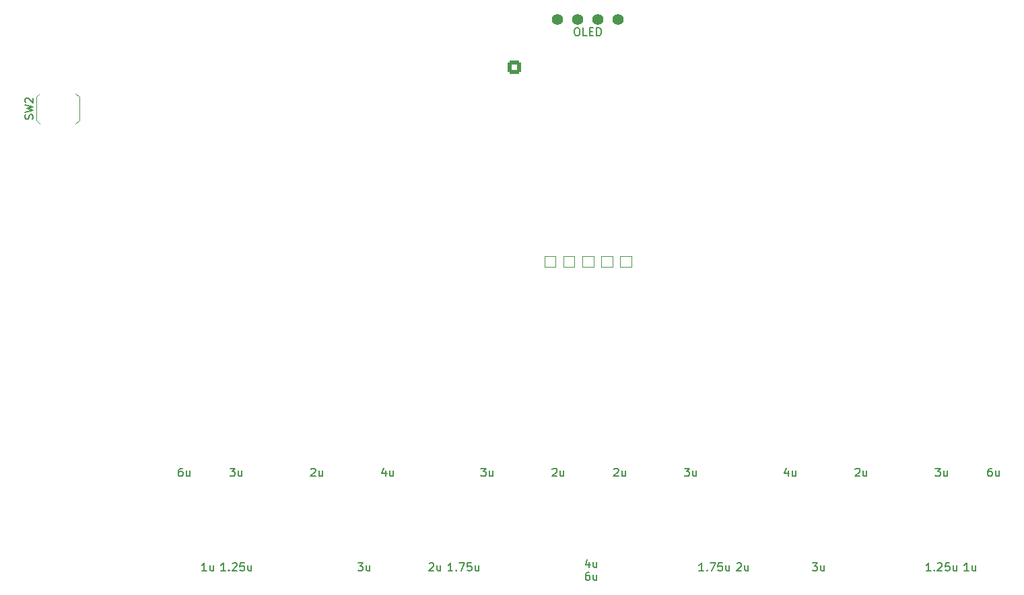
<source format=gto>
%TF.GenerationSoftware,KiCad,Pcbnew,7.0.6*%
%TF.CreationDate,2023-09-02T22:40:38-04:00*%
%TF.ProjectId,Vault45_alpha,5661756c-7434-4355-9f61-6c7068612e6b,rev?*%
%TF.SameCoordinates,PX18faf56PY663131a*%
%TF.FileFunction,Legend,Top*%
%TF.FilePolarity,Positive*%
%FSLAX46Y46*%
G04 Gerber Fmt 4.6, Leading zero omitted, Abs format (unit mm)*
G04 Created by KiCad (PCBNEW 7.0.6) date 2023-09-02 22:40:38*
%MOMM*%
%LPD*%
G01*
G04 APERTURE LIST*
G04 Aperture macros list*
%AMRoundRect*
0 Rectangle with rounded corners*
0 $1 Rounding radius*
0 $2 $3 $4 $5 $6 $7 $8 $9 X,Y pos of 4 corners*
0 Add a 4 corners polygon primitive as box body*
4,1,4,$2,$3,$4,$5,$6,$7,$8,$9,$2,$3,0*
0 Add four circle primitives for the rounded corners*
1,1,$1+$1,$2,$3*
1,1,$1+$1,$4,$5*
1,1,$1+$1,$6,$7*
1,1,$1+$1,$8,$9*
0 Add four rect primitives between the rounded corners*
20,1,$1+$1,$2,$3,$4,$5,0*
20,1,$1+$1,$4,$5,$6,$7,0*
20,1,$1+$1,$6,$7,$8,$9,0*
20,1,$1+$1,$8,$9,$2,$3,0*%
G04 Aperture macros list end*
%ADD10C,0.150000*%
%ADD11C,0.120000*%
%ADD12C,1.397000*%
%ADD13C,2.000000*%
%ADD14R,2.000000X2.000000*%
%ADD15O,2.800000X1.500000*%
%ADD16R,1.100000X1.800000*%
%ADD17C,3.048000*%
%ADD18C,3.987800*%
%ADD19C,1.750000*%
%ADD20R,1.000000X1.000000*%
%ADD21C,0.650000*%
%ADD22O,0.800000X1.600000*%
%ADD23O,1.000000X2.100000*%
%ADD24RoundRect,0.250000X-0.600000X-0.600000X0.600000X-0.600000X0.600000X0.600000X-0.600000X0.600000X0*%
%ADD25C,1.700000*%
G04 APERTURE END LIST*
D10*
X72798245Y18394168D02*
X72607769Y18394168D01*
X72607769Y18394168D02*
X72512531Y18346549D01*
X72512531Y18346549D02*
X72464912Y18298930D01*
X72464912Y18298930D02*
X72369674Y18156073D01*
X72369674Y18156073D02*
X72322055Y17965597D01*
X72322055Y17965597D02*
X72322055Y17584645D01*
X72322055Y17584645D02*
X72369674Y17489407D01*
X72369674Y17489407D02*
X72417293Y17441787D01*
X72417293Y17441787D02*
X72512531Y17394168D01*
X72512531Y17394168D02*
X72703007Y17394168D01*
X72703007Y17394168D02*
X72798245Y17441787D01*
X72798245Y17441787D02*
X72845864Y17489407D01*
X72845864Y17489407D02*
X72893483Y17584645D01*
X72893483Y17584645D02*
X72893483Y17822740D01*
X72893483Y17822740D02*
X72845864Y17917978D01*
X72845864Y17917978D02*
X72798245Y17965597D01*
X72798245Y17965597D02*
X72703007Y18013216D01*
X72703007Y18013216D02*
X72512531Y18013216D01*
X72512531Y18013216D02*
X72417293Y17965597D01*
X72417293Y17965597D02*
X72369674Y17917978D01*
X72369674Y17917978D02*
X72322055Y17822740D01*
X73750626Y18060835D02*
X73750626Y17394168D01*
X73322055Y18060835D02*
X73322055Y17537026D01*
X73322055Y17537026D02*
X73369674Y17441787D01*
X73369674Y17441787D02*
X73464912Y17394168D01*
X73464912Y17394168D02*
X73607769Y17394168D01*
X73607769Y17394168D02*
X73703007Y17441787D01*
X73703007Y17441787D02*
X73750626Y17489407D01*
X174596768Y18394168D02*
X174406292Y18394168D01*
X174406292Y18394168D02*
X174311054Y18346549D01*
X174311054Y18346549D02*
X174263435Y18298930D01*
X174263435Y18298930D02*
X174168197Y18156073D01*
X174168197Y18156073D02*
X174120578Y17965597D01*
X174120578Y17965597D02*
X174120578Y17584645D01*
X174120578Y17584645D02*
X174168197Y17489407D01*
X174168197Y17489407D02*
X174215816Y17441787D01*
X174215816Y17441787D02*
X174311054Y17394168D01*
X174311054Y17394168D02*
X174501530Y17394168D01*
X174501530Y17394168D02*
X174596768Y17441787D01*
X174596768Y17441787D02*
X174644387Y17489407D01*
X174644387Y17489407D02*
X174692006Y17584645D01*
X174692006Y17584645D02*
X174692006Y17822740D01*
X174692006Y17822740D02*
X174644387Y17917978D01*
X174644387Y17917978D02*
X174596768Y17965597D01*
X174596768Y17965597D02*
X174501530Y18013216D01*
X174501530Y18013216D02*
X174311054Y18013216D01*
X174311054Y18013216D02*
X174215816Y17965597D01*
X174215816Y17965597D02*
X174168197Y17917978D01*
X174168197Y17917978D02*
X174120578Y17822740D01*
X175549149Y18060835D02*
X175549149Y17394168D01*
X175120578Y18060835D02*
X175120578Y17537026D01*
X175120578Y17537026D02*
X175168197Y17441787D01*
X175168197Y17441787D02*
X175263435Y17394168D01*
X175263435Y17394168D02*
X175406292Y17394168D01*
X175406292Y17394168D02*
X175501530Y17441787D01*
X175501530Y17441787D02*
X175549149Y17489407D01*
X157451814Y18298930D02*
X157499433Y18346549D01*
X157499433Y18346549D02*
X157594671Y18394168D01*
X157594671Y18394168D02*
X157832766Y18394168D01*
X157832766Y18394168D02*
X157928004Y18346549D01*
X157928004Y18346549D02*
X157975623Y18298930D01*
X157975623Y18298930D02*
X158023242Y18203692D01*
X158023242Y18203692D02*
X158023242Y18108454D01*
X158023242Y18108454D02*
X157975623Y17965597D01*
X157975623Y17965597D02*
X157404195Y17394168D01*
X157404195Y17394168D02*
X158023242Y17394168D01*
X158880385Y18060835D02*
X158880385Y17394168D01*
X158451814Y18060835D02*
X158451814Y17537026D01*
X158451814Y17537026D02*
X158499433Y17441787D01*
X158499433Y17441787D02*
X158594671Y17394168D01*
X158594671Y17394168D02*
X158737528Y17394168D01*
X158737528Y17394168D02*
X158832766Y17441787D01*
X158832766Y17441787D02*
X158880385Y17489407D01*
X127090851Y18298930D02*
X127138470Y18346549D01*
X127138470Y18346549D02*
X127233708Y18394168D01*
X127233708Y18394168D02*
X127471803Y18394168D01*
X127471803Y18394168D02*
X127567041Y18346549D01*
X127567041Y18346549D02*
X127614660Y18298930D01*
X127614660Y18298930D02*
X127662279Y18203692D01*
X127662279Y18203692D02*
X127662279Y18108454D01*
X127662279Y18108454D02*
X127614660Y17965597D01*
X127614660Y17965597D02*
X127043232Y17394168D01*
X127043232Y17394168D02*
X127662279Y17394168D01*
X128519422Y18060835D02*
X128519422Y17394168D01*
X128090851Y18060835D02*
X128090851Y17537026D01*
X128090851Y17537026D02*
X128138470Y17441787D01*
X128138470Y17441787D02*
X128233708Y17394168D01*
X128233708Y17394168D02*
X128376565Y17394168D01*
X128376565Y17394168D02*
X128471803Y17441787D01*
X128471803Y17441787D02*
X128519422Y17489407D01*
X119351782Y18298930D02*
X119399401Y18346549D01*
X119399401Y18346549D02*
X119494639Y18394168D01*
X119494639Y18394168D02*
X119732734Y18394168D01*
X119732734Y18394168D02*
X119827972Y18346549D01*
X119827972Y18346549D02*
X119875591Y18298930D01*
X119875591Y18298930D02*
X119923210Y18203692D01*
X119923210Y18203692D02*
X119923210Y18108454D01*
X119923210Y18108454D02*
X119875591Y17965597D01*
X119875591Y17965597D02*
X119304163Y17394168D01*
X119304163Y17394168D02*
X119923210Y17394168D01*
X120780353Y18060835D02*
X120780353Y17394168D01*
X120351782Y18060835D02*
X120351782Y17537026D01*
X120351782Y17537026D02*
X120399401Y17441787D01*
X120399401Y17441787D02*
X120494639Y17394168D01*
X120494639Y17394168D02*
X120637496Y17394168D01*
X120637496Y17394168D02*
X120732734Y17441787D01*
X120732734Y17441787D02*
X120780353Y17489407D01*
X88990819Y18298930D02*
X89038438Y18346549D01*
X89038438Y18346549D02*
X89133676Y18394168D01*
X89133676Y18394168D02*
X89371771Y18394168D01*
X89371771Y18394168D02*
X89467009Y18346549D01*
X89467009Y18346549D02*
X89514628Y18298930D01*
X89514628Y18298930D02*
X89562247Y18203692D01*
X89562247Y18203692D02*
X89562247Y18108454D01*
X89562247Y18108454D02*
X89514628Y17965597D01*
X89514628Y17965597D02*
X88943200Y17394168D01*
X88943200Y17394168D02*
X89562247Y17394168D01*
X90419390Y18060835D02*
X90419390Y17394168D01*
X89990819Y18060835D02*
X89990819Y17537026D01*
X89990819Y17537026D02*
X90038438Y17441787D01*
X90038438Y17441787D02*
X90133676Y17394168D01*
X90133676Y17394168D02*
X90276533Y17394168D01*
X90276533Y17394168D02*
X90371771Y17441787D01*
X90371771Y17441787D02*
X90419390Y17489407D01*
X135972927Y18394168D02*
X136591974Y18394168D01*
X136591974Y18394168D02*
X136258641Y18013216D01*
X136258641Y18013216D02*
X136401498Y18013216D01*
X136401498Y18013216D02*
X136496736Y17965597D01*
X136496736Y17965597D02*
X136544355Y17917978D01*
X136544355Y17917978D02*
X136591974Y17822740D01*
X136591974Y17822740D02*
X136591974Y17584645D01*
X136591974Y17584645D02*
X136544355Y17489407D01*
X136544355Y17489407D02*
X136496736Y17441787D01*
X136496736Y17441787D02*
X136401498Y17394168D01*
X136401498Y17394168D02*
X136115784Y17394168D01*
X136115784Y17394168D02*
X136020546Y17441787D01*
X136020546Y17441787D02*
X135972927Y17489407D01*
X137449117Y18060835D02*
X137449117Y17394168D01*
X137020546Y18060835D02*
X137020546Y17537026D01*
X137020546Y17537026D02*
X137068165Y17441787D01*
X137068165Y17441787D02*
X137163403Y17394168D01*
X137163403Y17394168D02*
X137306260Y17394168D01*
X137306260Y17394168D02*
X137401498Y17441787D01*
X137401498Y17441787D02*
X137449117Y17489407D01*
X110374468Y18394168D02*
X110993515Y18394168D01*
X110993515Y18394168D02*
X110660182Y18013216D01*
X110660182Y18013216D02*
X110803039Y18013216D01*
X110803039Y18013216D02*
X110898277Y17965597D01*
X110898277Y17965597D02*
X110945896Y17917978D01*
X110945896Y17917978D02*
X110993515Y17822740D01*
X110993515Y17822740D02*
X110993515Y17584645D01*
X110993515Y17584645D02*
X110945896Y17489407D01*
X110945896Y17489407D02*
X110898277Y17441787D01*
X110898277Y17441787D02*
X110803039Y17394168D01*
X110803039Y17394168D02*
X110517325Y17394168D01*
X110517325Y17394168D02*
X110422087Y17441787D01*
X110422087Y17441787D02*
X110374468Y17489407D01*
X111850658Y18060835D02*
X111850658Y17394168D01*
X111422087Y18060835D02*
X111422087Y17537026D01*
X111422087Y17537026D02*
X111469706Y17441787D01*
X111469706Y17441787D02*
X111564944Y17394168D01*
X111564944Y17394168D02*
X111707801Y17394168D01*
X111707801Y17394168D02*
X111803039Y17441787D01*
X111803039Y17441787D02*
X111850658Y17489407D01*
X148998309Y18060835D02*
X148998309Y17394168D01*
X148760214Y18441787D02*
X148522119Y17727502D01*
X148522119Y17727502D02*
X149141166Y17727502D01*
X149950690Y18060835D02*
X149950690Y17394168D01*
X149522119Y18060835D02*
X149522119Y17537026D01*
X149522119Y17537026D02*
X149569738Y17441787D01*
X149569738Y17441787D02*
X149664976Y17394168D01*
X149664976Y17394168D02*
X149807833Y17394168D01*
X149807833Y17394168D02*
X149903071Y17441787D01*
X149903071Y17441787D02*
X149950690Y17489407D01*
X167524516Y18394168D02*
X168143563Y18394168D01*
X168143563Y18394168D02*
X167810230Y18013216D01*
X167810230Y18013216D02*
X167953087Y18013216D01*
X167953087Y18013216D02*
X168048325Y17965597D01*
X168048325Y17965597D02*
X168095944Y17917978D01*
X168095944Y17917978D02*
X168143563Y17822740D01*
X168143563Y17822740D02*
X168143563Y17584645D01*
X168143563Y17584645D02*
X168095944Y17489407D01*
X168095944Y17489407D02*
X168048325Y17441787D01*
X168048325Y17441787D02*
X167953087Y17394168D01*
X167953087Y17394168D02*
X167667373Y17394168D01*
X167667373Y17394168D02*
X167572135Y17441787D01*
X167572135Y17441787D02*
X167524516Y17489407D01*
X169000706Y18060835D02*
X169000706Y17394168D01*
X168572135Y18060835D02*
X168572135Y17537026D01*
X168572135Y17537026D02*
X168619754Y17441787D01*
X168619754Y17441787D02*
X168714992Y17394168D01*
X168714992Y17394168D02*
X168857849Y17394168D01*
X168857849Y17394168D02*
X168953087Y17441787D01*
X168953087Y17441787D02*
X169000706Y17489407D01*
X98396704Y18060835D02*
X98396704Y17394168D01*
X98158609Y18441787D02*
X97920514Y17727502D01*
X97920514Y17727502D02*
X98539561Y17727502D01*
X99349085Y18060835D02*
X99349085Y17394168D01*
X98920514Y18060835D02*
X98920514Y17537026D01*
X98920514Y17537026D02*
X98968133Y17441787D01*
X98968133Y17441787D02*
X99063371Y17394168D01*
X99063371Y17394168D02*
X99206228Y17394168D01*
X99206228Y17394168D02*
X99301466Y17441787D01*
X99301466Y17441787D02*
X99349085Y17489407D01*
X78822879Y18394168D02*
X79441926Y18394168D01*
X79441926Y18394168D02*
X79108593Y18013216D01*
X79108593Y18013216D02*
X79251450Y18013216D01*
X79251450Y18013216D02*
X79346688Y17965597D01*
X79346688Y17965597D02*
X79394307Y17917978D01*
X79394307Y17917978D02*
X79441926Y17822740D01*
X79441926Y17822740D02*
X79441926Y17584645D01*
X79441926Y17584645D02*
X79394307Y17489407D01*
X79394307Y17489407D02*
X79346688Y17441787D01*
X79346688Y17441787D02*
X79251450Y17394168D01*
X79251450Y17394168D02*
X78965736Y17394168D01*
X78965736Y17394168D02*
X78870498Y17441787D01*
X78870498Y17441787D02*
X78822879Y17489407D01*
X80299069Y18060835D02*
X80299069Y17394168D01*
X79870498Y18060835D02*
X79870498Y17537026D01*
X79870498Y17537026D02*
X79918117Y17441787D01*
X79918117Y17441787D02*
X80013355Y17394168D01*
X80013355Y17394168D02*
X80156212Y17394168D01*
X80156212Y17394168D02*
X80251450Y17441787D01*
X80251450Y17441787D02*
X80299069Y17489407D01*
X171715441Y5487908D02*
X171144013Y5487908D01*
X171429727Y5487908D02*
X171429727Y6487908D01*
X171429727Y6487908D02*
X171334489Y6345051D01*
X171334489Y6345051D02*
X171239251Y6249813D01*
X171239251Y6249813D02*
X171144013Y6202194D01*
X172572584Y6154575D02*
X172572584Y5487908D01*
X172144013Y6154575D02*
X172144013Y5630766D01*
X172144013Y5630766D02*
X172191632Y5535527D01*
X172191632Y5535527D02*
X172286870Y5487908D01*
X172286870Y5487908D02*
X172429727Y5487908D01*
X172429727Y5487908D02*
X172524965Y5535527D01*
X172524965Y5535527D02*
X172572584Y5583147D01*
X166952937Y5487908D02*
X166381509Y5487908D01*
X166667223Y5487908D02*
X166667223Y6487908D01*
X166667223Y6487908D02*
X166571985Y6345051D01*
X166571985Y6345051D02*
X166476747Y6249813D01*
X166476747Y6249813D02*
X166381509Y6202194D01*
X167381509Y5583147D02*
X167429128Y5535527D01*
X167429128Y5535527D02*
X167381509Y5487908D01*
X167381509Y5487908D02*
X167333890Y5535527D01*
X167333890Y5535527D02*
X167381509Y5583147D01*
X167381509Y5583147D02*
X167381509Y5487908D01*
X167810080Y6392670D02*
X167857699Y6440289D01*
X167857699Y6440289D02*
X167952937Y6487908D01*
X167952937Y6487908D02*
X168191032Y6487908D01*
X168191032Y6487908D02*
X168286270Y6440289D01*
X168286270Y6440289D02*
X168333889Y6392670D01*
X168333889Y6392670D02*
X168381508Y6297432D01*
X168381508Y6297432D02*
X168381508Y6202194D01*
X168381508Y6202194D02*
X168333889Y6059337D01*
X168333889Y6059337D02*
X167762461Y5487908D01*
X167762461Y5487908D02*
X168381508Y5487908D01*
X169286270Y6487908D02*
X168810080Y6487908D01*
X168810080Y6487908D02*
X168762461Y6011718D01*
X168762461Y6011718D02*
X168810080Y6059337D01*
X168810080Y6059337D02*
X168905318Y6106956D01*
X168905318Y6106956D02*
X169143413Y6106956D01*
X169143413Y6106956D02*
X169238651Y6059337D01*
X169238651Y6059337D02*
X169286270Y6011718D01*
X169286270Y6011718D02*
X169333889Y5916480D01*
X169333889Y5916480D02*
X169333889Y5678385D01*
X169333889Y5678385D02*
X169286270Y5583147D01*
X169286270Y5583147D02*
X169238651Y5535527D01*
X169238651Y5535527D02*
X169143413Y5487908D01*
X169143413Y5487908D02*
X168905318Y5487908D01*
X168905318Y5487908D02*
X168810080Y5535527D01*
X168810080Y5535527D02*
X168762461Y5583147D01*
X170191032Y6154575D02*
X170191032Y5487908D01*
X169762461Y6154575D02*
X169762461Y5630766D01*
X169762461Y5630766D02*
X169810080Y5535527D01*
X169810080Y5535527D02*
X169905318Y5487908D01*
X169905318Y5487908D02*
X170048175Y5487908D01*
X170048175Y5487908D02*
X170143413Y5535527D01*
X170143413Y5535527D02*
X170191032Y5583147D01*
X78251300Y5487908D02*
X77679872Y5487908D01*
X77965586Y5487908D02*
X77965586Y6487908D01*
X77965586Y6487908D02*
X77870348Y6345051D01*
X77870348Y6345051D02*
X77775110Y6249813D01*
X77775110Y6249813D02*
X77679872Y6202194D01*
X78679872Y5583147D02*
X78727491Y5535527D01*
X78727491Y5535527D02*
X78679872Y5487908D01*
X78679872Y5487908D02*
X78632253Y5535527D01*
X78632253Y5535527D02*
X78679872Y5583147D01*
X78679872Y5583147D02*
X78679872Y5487908D01*
X79108443Y6392670D02*
X79156062Y6440289D01*
X79156062Y6440289D02*
X79251300Y6487908D01*
X79251300Y6487908D02*
X79489395Y6487908D01*
X79489395Y6487908D02*
X79584633Y6440289D01*
X79584633Y6440289D02*
X79632252Y6392670D01*
X79632252Y6392670D02*
X79679871Y6297432D01*
X79679871Y6297432D02*
X79679871Y6202194D01*
X79679871Y6202194D02*
X79632252Y6059337D01*
X79632252Y6059337D02*
X79060824Y5487908D01*
X79060824Y5487908D02*
X79679871Y5487908D01*
X80584633Y6487908D02*
X80108443Y6487908D01*
X80108443Y6487908D02*
X80060824Y6011718D01*
X80060824Y6011718D02*
X80108443Y6059337D01*
X80108443Y6059337D02*
X80203681Y6106956D01*
X80203681Y6106956D02*
X80441776Y6106956D01*
X80441776Y6106956D02*
X80537014Y6059337D01*
X80537014Y6059337D02*
X80584633Y6011718D01*
X80584633Y6011718D02*
X80632252Y5916480D01*
X80632252Y5916480D02*
X80632252Y5678385D01*
X80632252Y5678385D02*
X80584633Y5583147D01*
X80584633Y5583147D02*
X80537014Y5535527D01*
X80537014Y5535527D02*
X80441776Y5487908D01*
X80441776Y5487908D02*
X80203681Y5487908D01*
X80203681Y5487908D02*
X80108443Y5535527D01*
X80108443Y5535527D02*
X80060824Y5583147D01*
X81489395Y6154575D02*
X81489395Y5487908D01*
X81060824Y6154575D02*
X81060824Y5630766D01*
X81060824Y5630766D02*
X81108443Y5535527D01*
X81108443Y5535527D02*
X81203681Y5487908D01*
X81203681Y5487908D02*
X81346538Y5487908D01*
X81346538Y5487908D02*
X81441776Y5535527D01*
X81441776Y5535527D02*
X81489395Y5583147D01*
X75870048Y5487908D02*
X75298620Y5487908D01*
X75584334Y5487908D02*
X75584334Y6487908D01*
X75584334Y6487908D02*
X75489096Y6345051D01*
X75489096Y6345051D02*
X75393858Y6249813D01*
X75393858Y6249813D02*
X75298620Y6202194D01*
X76727191Y6154575D02*
X76727191Y5487908D01*
X76298620Y6154575D02*
X76298620Y5630766D01*
X76298620Y5630766D02*
X76346239Y5535527D01*
X76346239Y5535527D02*
X76441477Y5487908D01*
X76441477Y5487908D02*
X76584334Y5487908D01*
X76584334Y5487908D02*
X76679572Y5535527D01*
X76679572Y5535527D02*
X76727191Y5583147D01*
X103873644Y6392670D02*
X103921263Y6440289D01*
X103921263Y6440289D02*
X104016501Y6487908D01*
X104016501Y6487908D02*
X104254596Y6487908D01*
X104254596Y6487908D02*
X104349834Y6440289D01*
X104349834Y6440289D02*
X104397453Y6392670D01*
X104397453Y6392670D02*
X104445072Y6297432D01*
X104445072Y6297432D02*
X104445072Y6202194D01*
X104445072Y6202194D02*
X104397453Y6059337D01*
X104397453Y6059337D02*
X103826025Y5487908D01*
X103826025Y5487908D02*
X104445072Y5487908D01*
X105302215Y6154575D02*
X105302215Y5487908D01*
X104873644Y6154575D02*
X104873644Y5630766D01*
X104873644Y5630766D02*
X104921263Y5535527D01*
X104921263Y5535527D02*
X105016501Y5487908D01*
X105016501Y5487908D02*
X105159358Y5487908D01*
X105159358Y5487908D02*
X105254596Y5535527D01*
X105254596Y5535527D02*
X105302215Y5583147D01*
X94896330Y6487908D02*
X95515377Y6487908D01*
X95515377Y6487908D02*
X95182044Y6106956D01*
X95182044Y6106956D02*
X95324901Y6106956D01*
X95324901Y6106956D02*
X95420139Y6059337D01*
X95420139Y6059337D02*
X95467758Y6011718D01*
X95467758Y6011718D02*
X95515377Y5916480D01*
X95515377Y5916480D02*
X95515377Y5678385D01*
X95515377Y5678385D02*
X95467758Y5583147D01*
X95467758Y5583147D02*
X95420139Y5535527D01*
X95420139Y5535527D02*
X95324901Y5487908D01*
X95324901Y5487908D02*
X95039187Y5487908D01*
X95039187Y5487908D02*
X94943949Y5535527D01*
X94943949Y5535527D02*
X94896330Y5583147D01*
X96372520Y6154575D02*
X96372520Y5487908D01*
X95943949Y6154575D02*
X95943949Y5630766D01*
X95943949Y5630766D02*
X95991568Y5535527D01*
X95991568Y5535527D02*
X96086806Y5487908D01*
X96086806Y5487908D02*
X96229663Y5487908D01*
X96229663Y5487908D02*
X96324901Y5535527D01*
X96324901Y5535527D02*
X96372520Y5583147D01*
X106826324Y5487908D02*
X106254896Y5487908D01*
X106540610Y5487908D02*
X106540610Y6487908D01*
X106540610Y6487908D02*
X106445372Y6345051D01*
X106445372Y6345051D02*
X106350134Y6249813D01*
X106350134Y6249813D02*
X106254896Y6202194D01*
X107254896Y5583147D02*
X107302515Y5535527D01*
X107302515Y5535527D02*
X107254896Y5487908D01*
X107254896Y5487908D02*
X107207277Y5535527D01*
X107207277Y5535527D02*
X107254896Y5583147D01*
X107254896Y5583147D02*
X107254896Y5487908D01*
X107635848Y6487908D02*
X108302514Y6487908D01*
X108302514Y6487908D02*
X107873943Y5487908D01*
X109159657Y6487908D02*
X108683467Y6487908D01*
X108683467Y6487908D02*
X108635848Y6011718D01*
X108635848Y6011718D02*
X108683467Y6059337D01*
X108683467Y6059337D02*
X108778705Y6106956D01*
X108778705Y6106956D02*
X109016800Y6106956D01*
X109016800Y6106956D02*
X109112038Y6059337D01*
X109112038Y6059337D02*
X109159657Y6011718D01*
X109159657Y6011718D02*
X109207276Y5916480D01*
X109207276Y5916480D02*
X109207276Y5678385D01*
X109207276Y5678385D02*
X109159657Y5583147D01*
X109159657Y5583147D02*
X109112038Y5535527D01*
X109112038Y5535527D02*
X109016800Y5487908D01*
X109016800Y5487908D02*
X108778705Y5487908D01*
X108778705Y5487908D02*
X108683467Y5535527D01*
X108683467Y5535527D02*
X108635848Y5583147D01*
X110064419Y6154575D02*
X110064419Y5487908D01*
X109635848Y6154575D02*
X109635848Y5630766D01*
X109635848Y5630766D02*
X109683467Y5535527D01*
X109683467Y5535527D02*
X109778705Y5487908D01*
X109778705Y5487908D02*
X109921562Y5487908D01*
X109921562Y5487908D02*
X110016800Y5535527D01*
X110016800Y5535527D02*
X110064419Y5583147D01*
X138377913Y5487908D02*
X137806485Y5487908D01*
X138092199Y5487908D02*
X138092199Y6487908D01*
X138092199Y6487908D02*
X137996961Y6345051D01*
X137996961Y6345051D02*
X137901723Y6249813D01*
X137901723Y6249813D02*
X137806485Y6202194D01*
X138806485Y5583147D02*
X138854104Y5535527D01*
X138854104Y5535527D02*
X138806485Y5487908D01*
X138806485Y5487908D02*
X138758866Y5535527D01*
X138758866Y5535527D02*
X138806485Y5583147D01*
X138806485Y5583147D02*
X138806485Y5487908D01*
X139187437Y6487908D02*
X139854103Y6487908D01*
X139854103Y6487908D02*
X139425532Y5487908D01*
X140711246Y6487908D02*
X140235056Y6487908D01*
X140235056Y6487908D02*
X140187437Y6011718D01*
X140187437Y6011718D02*
X140235056Y6059337D01*
X140235056Y6059337D02*
X140330294Y6106956D01*
X140330294Y6106956D02*
X140568389Y6106956D01*
X140568389Y6106956D02*
X140663627Y6059337D01*
X140663627Y6059337D02*
X140711246Y6011718D01*
X140711246Y6011718D02*
X140758865Y5916480D01*
X140758865Y5916480D02*
X140758865Y5678385D01*
X140758865Y5678385D02*
X140711246Y5583147D01*
X140711246Y5583147D02*
X140663627Y5535527D01*
X140663627Y5535527D02*
X140568389Y5487908D01*
X140568389Y5487908D02*
X140330294Y5487908D01*
X140330294Y5487908D02*
X140235056Y5535527D01*
X140235056Y5535527D02*
X140187437Y5583147D01*
X141616008Y6154575D02*
X141616008Y5487908D01*
X141187437Y6154575D02*
X141187437Y5630766D01*
X141187437Y5630766D02*
X141235056Y5535527D01*
X141235056Y5535527D02*
X141330294Y5487908D01*
X141330294Y5487908D02*
X141473151Y5487908D01*
X141473151Y5487908D02*
X141568389Y5535527D01*
X141568389Y5535527D02*
X141616008Y5583147D01*
X142568989Y6392670D02*
X142616608Y6440289D01*
X142616608Y6440289D02*
X142711846Y6487908D01*
X142711846Y6487908D02*
X142949941Y6487908D01*
X142949941Y6487908D02*
X143045179Y6440289D01*
X143045179Y6440289D02*
X143092798Y6392670D01*
X143092798Y6392670D02*
X143140417Y6297432D01*
X143140417Y6297432D02*
X143140417Y6202194D01*
X143140417Y6202194D02*
X143092798Y6059337D01*
X143092798Y6059337D02*
X142521370Y5487908D01*
X142521370Y5487908D02*
X143140417Y5487908D01*
X143997560Y6154575D02*
X143997560Y5487908D01*
X143568989Y6154575D02*
X143568989Y5630766D01*
X143568989Y5630766D02*
X143616608Y5535527D01*
X143616608Y5535527D02*
X143711846Y5487908D01*
X143711846Y5487908D02*
X143854703Y5487908D01*
X143854703Y5487908D02*
X143949941Y5535527D01*
X143949941Y5535527D02*
X143997560Y5583147D01*
X152046378Y6487908D02*
X152665425Y6487908D01*
X152665425Y6487908D02*
X152332092Y6106956D01*
X152332092Y6106956D02*
X152474949Y6106956D01*
X152474949Y6106956D02*
X152570187Y6059337D01*
X152570187Y6059337D02*
X152617806Y6011718D01*
X152617806Y6011718D02*
X152665425Y5916480D01*
X152665425Y5916480D02*
X152665425Y5678385D01*
X152665425Y5678385D02*
X152617806Y5583147D01*
X152617806Y5583147D02*
X152570187Y5535527D01*
X152570187Y5535527D02*
X152474949Y5487908D01*
X152474949Y5487908D02*
X152189235Y5487908D01*
X152189235Y5487908D02*
X152093997Y5535527D01*
X152093997Y5535527D02*
X152046378Y5583147D01*
X153522568Y6154575D02*
X153522568Y5487908D01*
X153093997Y6154575D02*
X153093997Y5630766D01*
X153093997Y5630766D02*
X153141616Y5535527D01*
X153141616Y5535527D02*
X153236854Y5487908D01*
X153236854Y5487908D02*
X153379711Y5487908D01*
X153379711Y5487908D02*
X153474949Y5535527D01*
X153474949Y5535527D02*
X153522568Y5583147D01*
X123995163Y6573949D02*
X123995163Y5907282D01*
X123757068Y6954901D02*
X123518973Y6240616D01*
X123518973Y6240616D02*
X124138020Y6240616D01*
X124947544Y6573949D02*
X124947544Y5907282D01*
X124518973Y6573949D02*
X124518973Y6050140D01*
X124518973Y6050140D02*
X124566592Y5954901D01*
X124566592Y5954901D02*
X124661830Y5907282D01*
X124661830Y5907282D02*
X124804687Y5907282D01*
X124804687Y5907282D02*
X124899925Y5954901D01*
X124899925Y5954901D02*
X124947544Y6002521D01*
X123995163Y5297282D02*
X123804687Y5297282D01*
X123804687Y5297282D02*
X123709449Y5249663D01*
X123709449Y5249663D02*
X123661830Y5202044D01*
X123661830Y5202044D02*
X123566592Y5059187D01*
X123566592Y5059187D02*
X123518973Y4868711D01*
X123518973Y4868711D02*
X123518973Y4487759D01*
X123518973Y4487759D02*
X123566592Y4392521D01*
X123566592Y4392521D02*
X123614211Y4344901D01*
X123614211Y4344901D02*
X123709449Y4297282D01*
X123709449Y4297282D02*
X123899925Y4297282D01*
X123899925Y4297282D02*
X123995163Y4344901D01*
X123995163Y4344901D02*
X124042782Y4392521D01*
X124042782Y4392521D02*
X124090401Y4487759D01*
X124090401Y4487759D02*
X124090401Y4725854D01*
X124090401Y4725854D02*
X124042782Y4821092D01*
X124042782Y4821092D02*
X123995163Y4868711D01*
X123995163Y4868711D02*
X123899925Y4916330D01*
X123899925Y4916330D02*
X123709449Y4916330D01*
X123709449Y4916330D02*
X123614211Y4868711D01*
X123614211Y4868711D02*
X123566592Y4821092D01*
X123566592Y4821092D02*
X123518973Y4725854D01*
X124947544Y4963949D02*
X124947544Y4297282D01*
X124518973Y4963949D02*
X124518973Y4440140D01*
X124518973Y4440140D02*
X124566592Y4344901D01*
X124566592Y4344901D02*
X124661830Y4297282D01*
X124661830Y4297282D02*
X124804687Y4297282D01*
X124804687Y4297282D02*
X124899925Y4344901D01*
X124899925Y4344901D02*
X124947544Y4392521D01*
X53985392Y62365069D02*
X54033011Y62507926D01*
X54033011Y62507926D02*
X54033011Y62746021D01*
X54033011Y62746021D02*
X53985392Y62841259D01*
X53985392Y62841259D02*
X53937772Y62888878D01*
X53937772Y62888878D02*
X53842534Y62936497D01*
X53842534Y62936497D02*
X53747296Y62936497D01*
X53747296Y62936497D02*
X53652058Y62888878D01*
X53652058Y62888878D02*
X53604439Y62841259D01*
X53604439Y62841259D02*
X53556820Y62746021D01*
X53556820Y62746021D02*
X53509201Y62555545D01*
X53509201Y62555545D02*
X53461582Y62460307D01*
X53461582Y62460307D02*
X53413963Y62412688D01*
X53413963Y62412688D02*
X53318725Y62365069D01*
X53318725Y62365069D02*
X53223487Y62365069D01*
X53223487Y62365069D02*
X53128249Y62412688D01*
X53128249Y62412688D02*
X53080630Y62460307D01*
X53080630Y62460307D02*
X53033011Y62555545D01*
X53033011Y62555545D02*
X53033011Y62793640D01*
X53033011Y62793640D02*
X53080630Y62936497D01*
X53033011Y63269831D02*
X54033011Y63507926D01*
X54033011Y63507926D02*
X53318725Y63698402D01*
X53318725Y63698402D02*
X54033011Y63888878D01*
X54033011Y63888878D02*
X53033011Y64126973D01*
X53128249Y64460307D02*
X53080630Y64507926D01*
X53080630Y64507926D02*
X53033011Y64603164D01*
X53033011Y64603164D02*
X53033011Y64841259D01*
X53033011Y64841259D02*
X53080630Y64936497D01*
X53080630Y64936497D02*
X53128249Y64984116D01*
X53128249Y64984116D02*
X53223487Y65031735D01*
X53223487Y65031735D02*
X53318725Y65031735D01*
X53318725Y65031735D02*
X53461582Y64984116D01*
X53461582Y64984116D02*
X54033011Y64412688D01*
X54033011Y64412688D02*
X54033011Y65031735D01*
X122372723Y73874959D02*
X122563199Y73874959D01*
X122563199Y73874959D02*
X122658437Y73827340D01*
X122658437Y73827340D02*
X122753675Y73732102D01*
X122753675Y73732102D02*
X122801294Y73541626D01*
X122801294Y73541626D02*
X122801294Y73208293D01*
X122801294Y73208293D02*
X122753675Y73017817D01*
X122753675Y73017817D02*
X122658437Y72922578D01*
X122658437Y72922578D02*
X122563199Y72874959D01*
X122563199Y72874959D02*
X122372723Y72874959D01*
X122372723Y72874959D02*
X122277485Y72922578D01*
X122277485Y72922578D02*
X122182247Y73017817D01*
X122182247Y73017817D02*
X122134628Y73208293D01*
X122134628Y73208293D02*
X122134628Y73541626D01*
X122134628Y73541626D02*
X122182247Y73732102D01*
X122182247Y73732102D02*
X122277485Y73827340D01*
X122277485Y73827340D02*
X122372723Y73874959D01*
X123706056Y72874959D02*
X123229866Y72874959D01*
X123229866Y72874959D02*
X123229866Y73874959D01*
X124039390Y73398769D02*
X124372723Y73398769D01*
X124515580Y72874959D02*
X124039390Y72874959D01*
X124039390Y72874959D02*
X124039390Y73874959D01*
X124039390Y73874959D02*
X124515580Y73874959D01*
X124944152Y72874959D02*
X124944152Y73874959D01*
X124944152Y73874959D02*
X125182247Y73874959D01*
X125182247Y73874959D02*
X125325104Y73827340D01*
X125325104Y73827340D02*
X125420342Y73732102D01*
X125420342Y73732102D02*
X125467961Y73636864D01*
X125467961Y73636864D02*
X125515580Y73446388D01*
X125515580Y73446388D02*
X125515580Y73303531D01*
X125515580Y73303531D02*
X125467961Y73113055D01*
X125467961Y73113055D02*
X125420342Y73017817D01*
X125420342Y73017817D02*
X125325104Y72922578D01*
X125325104Y72922578D02*
X125182247Y72874959D01*
X125182247Y72874959D02*
X124944152Y72874959D01*
D11*
X133350000Y29074730D02*
X133350000Y28074730D01*
X132850000Y28574730D02*
X133850000Y28574730D01*
X54430048Y62248221D02*
X54920048Y61758221D01*
X54430048Y62248221D02*
X54430048Y65148221D01*
X59870048Y62248221D02*
X59380048Y61758221D01*
X59870048Y62248221D02*
X59870048Y65148221D01*
X54430048Y65148221D02*
X54920048Y65638221D01*
X59870048Y65148221D02*
X59380048Y65638221D01*
X124525000Y43749730D02*
X123125000Y43749730D01*
X124525000Y45149730D02*
X124525000Y43749730D01*
X123125000Y43749730D02*
X123125000Y45149730D01*
X123125000Y45149730D02*
X124525000Y45149730D01*
X122143750Y43749730D02*
X120743750Y43749730D01*
X122143750Y45149730D02*
X122143750Y43749730D01*
X120743750Y43749730D02*
X120743750Y45149730D01*
X120743750Y45149730D02*
X122143750Y45149730D01*
X119762500Y43749730D02*
X118362500Y43749730D01*
X119762500Y45149730D02*
X119762500Y43749730D01*
X118362500Y43749730D02*
X118362500Y45149730D01*
X118362500Y45149730D02*
X119762500Y45149730D01*
X126906250Y43749730D02*
X125506250Y43749730D01*
X126906250Y45149730D02*
X126906250Y43749730D01*
X125506250Y43749730D02*
X125506250Y45149730D01*
X125506250Y45149730D02*
X126906250Y45149730D01*
X129287500Y43749730D02*
X127887500Y43749730D01*
X129287500Y45149730D02*
X129287500Y43749730D01*
X127887500Y43749730D02*
X127887500Y45149730D01*
X127887500Y45149730D02*
X129287500Y45149730D01*
D12*
X127635104Y74879778D03*
X125095104Y74879778D03*
X122555104Y74879778D03*
X120015104Y74879778D03*
%LPC*%
D13*
X140350000Y31074730D03*
X140350000Y26074730D03*
X125850000Y28574730D03*
X125850000Y26074730D03*
D14*
X125850000Y31074730D03*
D15*
X133387300Y34174730D03*
X133350000Y22974730D03*
D16*
X55300048Y60598221D03*
X55300048Y66798221D03*
X59000048Y60598221D03*
X59000048Y66798221D03*
D17*
X152400126Y2539918D03*
D18*
X123825126Y9524918D03*
D17*
X95250126Y2539918D03*
D19*
X128905126Y9524918D03*
D18*
X95250126Y17779918D03*
X152400126Y17779918D03*
D19*
X118745126Y9524918D03*
D18*
X171450150Y17779918D03*
X133350150Y17779918D03*
D17*
X171450150Y2539918D03*
X133350150Y2539918D03*
D19*
X157480150Y9524918D03*
X147320150Y9524918D03*
D18*
X152400150Y9524918D03*
X114300102Y17779918D03*
X76200102Y17779918D03*
D17*
X114300102Y2539918D03*
X76200102Y2539918D03*
D19*
X100330102Y9524918D03*
X90170102Y9524918D03*
D18*
X95250102Y9524918D03*
D19*
X71120000Y28574730D03*
D18*
X76200000Y28574730D03*
D19*
X81280000Y28574730D03*
X28257500Y9525000D03*
D18*
X33337500Y9525000D03*
D19*
X38417500Y9525000D03*
X90170000Y28574730D03*
D18*
X95250000Y28574730D03*
D19*
X100330000Y28574730D03*
X204470000Y28574730D03*
D18*
X209550000Y28574730D03*
D19*
X214630000Y28574730D03*
X156845000Y47624730D03*
D18*
X161925000Y47624730D03*
D19*
X167005000Y47624730D03*
X194945000Y66674730D03*
D18*
X200025000Y66674730D03*
D19*
X205105000Y66674730D03*
X73501250Y9525000D03*
D18*
X78581250Y9525000D03*
D19*
X83661250Y9525000D03*
X4445000Y66674730D03*
D18*
X9525000Y66674730D03*
D19*
X14605000Y66674730D03*
X213995000Y66674730D03*
D18*
X219075000Y66674730D03*
D19*
X224155000Y66674730D03*
D20*
X123825000Y44449730D03*
D19*
X49688750Y9524730D03*
D18*
X54768750Y9524730D03*
D19*
X59848750Y9524730D03*
X175895000Y66674730D03*
D18*
X180975000Y66674730D03*
D19*
X186055000Y66674730D03*
X185420000Y28574730D03*
D18*
X190500000Y28574730D03*
D19*
X195580000Y28574730D03*
X194945000Y47624730D03*
D18*
X200025000Y47624730D03*
D19*
X205105000Y47624730D03*
X156845000Y66674730D03*
D18*
X161925000Y66674730D03*
D19*
X167005000Y66674730D03*
X23495000Y47624730D03*
D18*
X28575000Y47624730D03*
D19*
X33655000Y47624730D03*
D20*
X121443750Y44449730D03*
D19*
X61595000Y47624730D03*
D18*
X66675000Y47624730D03*
D19*
X71755000Y47624730D03*
X128270000Y28574730D03*
D18*
X133350000Y28574730D03*
D19*
X138430000Y28574730D03*
X42545000Y47624730D03*
D18*
X47625000Y47624730D03*
D19*
X52705000Y47624730D03*
D20*
X119062500Y44449730D03*
D19*
X213995000Y47624730D03*
D18*
X219075000Y47624730D03*
D19*
X224155000Y47624730D03*
X176530166Y9524918D03*
D18*
X171450166Y9524918D03*
D19*
X166370166Y9524918D03*
X137795000Y47624730D03*
D18*
X142875000Y47624730D03*
D19*
X147955000Y47624730D03*
X33020000Y28574730D03*
D18*
X38100000Y28574730D03*
D19*
X43180000Y28574730D03*
D20*
X126206250Y44449730D03*
D19*
X102076250Y9525000D03*
D18*
X107156250Y9525000D03*
D19*
X112236250Y9525000D03*
X147320000Y28574730D03*
D18*
X152400000Y28574730D03*
D19*
X157480000Y28574730D03*
X99695000Y66674730D03*
D18*
X104775000Y66674730D03*
D19*
X109855000Y66674730D03*
X4445000Y47624730D03*
D18*
X9525000Y47624730D03*
D19*
X14605000Y47624730D03*
D18*
X92868750Y17779730D03*
D17*
X92868750Y2539730D03*
D19*
X99695000Y9524730D03*
D18*
X104775000Y9524730D03*
D19*
X109855000Y9524730D03*
D18*
X116681250Y17779730D03*
D17*
X116681250Y2539730D03*
D20*
X128587500Y44449730D03*
D19*
X9207467Y28574934D03*
D18*
X14287467Y28574934D03*
D19*
X19367467Y28574934D03*
X42545000Y66674730D03*
D18*
X47625000Y66674730D03*
D19*
X52705000Y66674730D03*
X71120000Y9524730D03*
D18*
X76200000Y9524730D03*
D19*
X81280000Y9524730D03*
X99695000Y47624730D03*
D18*
X104775000Y47624730D03*
D19*
X109855000Y47624730D03*
X233045000Y66674730D03*
D18*
X238125000Y66674730D03*
D19*
X243205000Y66674730D03*
X80645000Y66674730D03*
D18*
X85725000Y66674730D03*
D19*
X90805000Y66674730D03*
X233045000Y47624730D03*
D18*
X238125000Y47624730D03*
D19*
X243205000Y47624730D03*
X228282500Y28574730D03*
D18*
X233362500Y28574730D03*
D19*
X238442500Y28574730D03*
X166370000Y28574730D03*
D18*
X171450000Y28574730D03*
D19*
X176530000Y28574730D03*
X135413750Y9524730D03*
D18*
X140493750Y9524730D03*
D19*
X145573750Y9524730D03*
X209232702Y9524918D03*
D18*
X214312702Y9524918D03*
D19*
X219392702Y9524918D03*
X80645000Y47624730D03*
D18*
X85725000Y47624730D03*
D19*
X90805000Y47624730D03*
D18*
X130968750Y17780000D03*
D17*
X130968750Y2540000D03*
D19*
X137795000Y9525000D03*
D18*
X142875000Y9525000D03*
D19*
X147955000Y9525000D03*
D18*
X154781250Y17780000D03*
D17*
X154781250Y2540000D03*
D19*
X163988750Y9524918D03*
D18*
X169068750Y9524918D03*
D19*
X174148750Y9524918D03*
X137795000Y66674730D03*
D18*
X142875000Y66674730D03*
D19*
X147955000Y66674730D03*
X109220000Y28574730D03*
D18*
X114300000Y28574730D03*
D19*
X119380000Y28574730D03*
X187801434Y9524918D03*
D18*
X192881434Y9524918D03*
D19*
X197961434Y9524918D03*
X52070000Y28574730D03*
D18*
X57150000Y28574730D03*
D19*
X62230000Y28574730D03*
X175895000Y47624730D03*
D18*
X180975000Y47624730D03*
D19*
X186055000Y47624730D03*
X23495000Y66674730D03*
D18*
X28575000Y66674730D03*
D19*
X33655000Y66674730D03*
X61595000Y66674730D03*
D18*
X66675000Y66674730D03*
D19*
X71755000Y66674730D03*
D21*
X35210032Y71735913D03*
X40990032Y71735913D03*
D22*
X33780032Y75385913D03*
D23*
X33780032Y71205913D03*
D22*
X42420032Y75385913D03*
D23*
X42420032Y71205913D03*
D24*
X114617500Y68897230D03*
D25*
X117157500Y68897230D03*
X114617500Y71437230D03*
X117157500Y71437230D03*
X114617500Y73977230D03*
X117157500Y73977230D03*
%LPD*%
M02*

</source>
